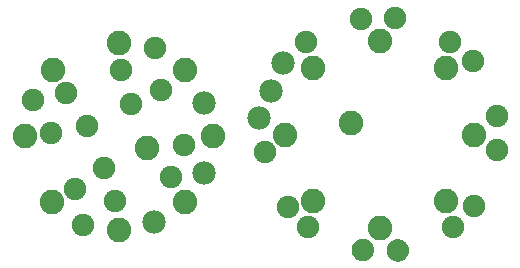
<source format=gtl>
G04 MADE WITH FRITZING*
G04 WWW.FRITZING.ORG*
G04 DOUBLE SIDED*
G04 HOLES PLATED*
G04 CONTOUR ON CENTER OF CONTOUR VECTOR*
%ASAXBY*%
%FSLAX23Y23*%
%MOIN*%
%OFA0B0*%
%SFA1.0B1.0*%
%ADD10C,0.082000*%
%ADD11C,0.078000*%
%ADD12C,0.075000*%
%ADD13C,0.045000*%
%ADD14R,0.001000X0.001000*%
%LNCOPPER1*%
G90*
G70*
G54D10*
X470Y388D03*
X152Y207D03*
X687Y428D03*
X374Y739D03*
X154Y648D03*
X374Y116D03*
X595Y649D03*
X61Y429D03*
X595Y207D03*
G54D11*
X659Y539D03*
X492Y143D03*
X659Y304D03*
X843Y487D03*
X883Y579D03*
X922Y671D03*
G54D10*
X1148Y473D03*
X1466Y654D03*
X930Y433D03*
X1244Y121D03*
X1464Y212D03*
X1244Y745D03*
X1023Y211D03*
X1557Y432D03*
X1023Y654D03*
G54D12*
X998Y741D03*
X1183Y819D03*
X326Y320D03*
X254Y133D03*
X381Y648D03*
X197Y570D03*
X87Y549D03*
X267Y461D03*
X227Y253D03*
X149Y437D03*
X494Y720D03*
X416Y536D03*
X591Y397D03*
X516Y582D03*
X1556Y679D03*
X1635Y495D03*
X1634Y380D03*
X1559Y195D03*
X1296Y822D03*
X1480Y743D03*
X547Y291D03*
X363Y213D03*
X1004Y126D03*
G54D13*
X1188Y47D03*
X1305Y46D03*
G54D12*
X1489Y124D03*
X862Y375D03*
X937Y190D03*
G54D14*
X1185Y85D02*
X1190Y85D01*
X1179Y84D02*
X1197Y84D01*
X1176Y83D02*
X1200Y83D01*
X1296Y83D02*
X1313Y83D01*
X1173Y82D02*
X1203Y82D01*
X1293Y82D02*
X1317Y82D01*
X1171Y81D02*
X1205Y81D01*
X1290Y81D02*
X1319Y81D01*
X1170Y80D02*
X1207Y80D01*
X1288Y80D02*
X1321Y80D01*
X1168Y79D02*
X1208Y79D01*
X1286Y79D02*
X1323Y79D01*
X1167Y78D02*
X1210Y78D01*
X1285Y78D02*
X1325Y78D01*
X1165Y77D02*
X1211Y77D01*
X1283Y77D02*
X1326Y77D01*
X1164Y76D02*
X1212Y76D01*
X1282Y76D02*
X1327Y76D01*
X1163Y75D02*
X1213Y75D01*
X1281Y75D02*
X1328Y75D01*
X1162Y74D02*
X1214Y74D01*
X1280Y74D02*
X1330Y74D01*
X1161Y73D02*
X1215Y73D01*
X1279Y73D02*
X1331Y73D01*
X1160Y72D02*
X1216Y72D01*
X1278Y72D02*
X1332Y72D01*
X1159Y71D02*
X1217Y71D01*
X1277Y71D02*
X1332Y71D01*
X1158Y70D02*
X1218Y70D01*
X1276Y70D02*
X1333Y70D01*
X1158Y69D02*
X1218Y69D01*
X1275Y69D02*
X1334Y69D01*
X1157Y68D02*
X1219Y68D01*
X1275Y68D02*
X1335Y68D01*
X1156Y67D02*
X1220Y67D01*
X1274Y67D02*
X1336Y67D01*
X1156Y66D02*
X1220Y66D01*
X1273Y66D02*
X1336Y66D01*
X1155Y65D02*
X1184Y65D01*
X1192Y65D02*
X1221Y65D01*
X1273Y65D02*
X1337Y65D01*
X1155Y64D02*
X1181Y64D01*
X1195Y64D02*
X1221Y64D01*
X1272Y64D02*
X1301Y64D01*
X1308Y64D02*
X1337Y64D01*
X1154Y63D02*
X1179Y63D01*
X1197Y63D02*
X1222Y63D01*
X1271Y63D02*
X1298Y63D01*
X1311Y63D02*
X1338Y63D01*
X1154Y62D02*
X1177Y62D01*
X1199Y62D02*
X1222Y62D01*
X1271Y62D02*
X1296Y62D01*
X1314Y62D02*
X1338Y62D01*
X1153Y61D02*
X1176Y61D01*
X1200Y61D02*
X1223Y61D01*
X1271Y61D02*
X1294Y61D01*
X1315Y61D02*
X1339Y61D01*
X1153Y60D02*
X1175Y60D01*
X1201Y60D02*
X1223Y60D01*
X1270Y60D02*
X1293Y60D01*
X1317Y60D02*
X1339Y60D01*
X1153Y59D02*
X1174Y59D01*
X1202Y59D02*
X1223Y59D01*
X1270Y59D02*
X1292Y59D01*
X1318Y59D02*
X1340Y59D01*
X1153Y58D02*
X1173Y58D01*
X1203Y58D02*
X1224Y58D01*
X1269Y58D02*
X1291Y58D01*
X1319Y58D02*
X1340Y58D01*
X1152Y57D02*
X1173Y57D01*
X1203Y57D02*
X1224Y57D01*
X1269Y57D02*
X1290Y57D01*
X1319Y57D02*
X1340Y57D01*
X1152Y56D02*
X1172Y56D01*
X1204Y56D02*
X1224Y56D01*
X1269Y56D02*
X1289Y56D01*
X1320Y56D02*
X1340Y56D01*
X1152Y55D02*
X1172Y55D01*
X1204Y55D02*
X1224Y55D01*
X1269Y55D02*
X1289Y55D01*
X1321Y55D02*
X1341Y55D01*
X1152Y54D02*
X1171Y54D01*
X1205Y54D02*
X1224Y54D01*
X1269Y54D02*
X1288Y54D01*
X1321Y54D02*
X1341Y54D01*
X1152Y53D02*
X1171Y53D01*
X1205Y53D02*
X1224Y53D01*
X1268Y53D02*
X1288Y53D01*
X1321Y53D02*
X1341Y53D01*
X1151Y52D02*
X1171Y52D01*
X1206Y52D02*
X1225Y52D01*
X1268Y52D02*
X1288Y52D01*
X1322Y52D02*
X1341Y52D01*
X1151Y51D02*
X1170Y51D01*
X1206Y51D02*
X1225Y51D01*
X1268Y51D02*
X1287Y51D01*
X1322Y51D02*
X1341Y51D01*
X1151Y50D02*
X1170Y50D01*
X1206Y50D02*
X1225Y50D01*
X1268Y50D02*
X1287Y50D01*
X1322Y50D02*
X1341Y50D01*
X1151Y49D02*
X1170Y49D01*
X1206Y49D02*
X1225Y49D01*
X1268Y49D02*
X1287Y49D01*
X1323Y49D02*
X1341Y49D01*
X1151Y48D02*
X1170Y48D01*
X1206Y48D02*
X1225Y48D01*
X1268Y48D02*
X1287Y48D01*
X1323Y48D02*
X1341Y48D01*
X1151Y47D02*
X1170Y47D01*
X1206Y47D02*
X1225Y47D01*
X1268Y47D02*
X1287Y47D01*
X1323Y47D02*
X1341Y47D01*
X1151Y46D02*
X1170Y46D01*
X1206Y46D02*
X1225Y46D01*
X1268Y46D02*
X1287Y46D01*
X1323Y46D02*
X1341Y46D01*
X1151Y45D02*
X1170Y45D01*
X1206Y45D02*
X1225Y45D01*
X1268Y45D02*
X1287Y45D01*
X1323Y45D02*
X1341Y45D01*
X1151Y44D02*
X1170Y44D01*
X1206Y44D02*
X1225Y44D01*
X1268Y44D02*
X1287Y44D01*
X1323Y44D02*
X1341Y44D01*
X1152Y43D02*
X1171Y43D01*
X1205Y43D02*
X1225Y43D01*
X1268Y43D02*
X1287Y43D01*
X1322Y43D02*
X1341Y43D01*
X1152Y42D02*
X1171Y42D01*
X1205Y42D02*
X1224Y42D01*
X1268Y42D02*
X1287Y42D01*
X1322Y42D02*
X1341Y42D01*
X1152Y41D02*
X1171Y41D01*
X1205Y41D02*
X1224Y41D01*
X1268Y41D02*
X1288Y41D01*
X1322Y41D02*
X1341Y41D01*
X1152Y40D02*
X1172Y40D01*
X1204Y40D02*
X1224Y40D01*
X1268Y40D02*
X1288Y40D01*
X1321Y40D02*
X1341Y40D01*
X1152Y39D02*
X1172Y39D01*
X1204Y39D02*
X1224Y39D01*
X1269Y39D02*
X1289Y39D01*
X1321Y39D02*
X1341Y39D01*
X1152Y38D02*
X1173Y38D01*
X1203Y38D02*
X1224Y38D01*
X1269Y38D02*
X1289Y38D01*
X1320Y38D02*
X1341Y38D01*
X1153Y37D02*
X1174Y37D01*
X1202Y37D02*
X1223Y37D01*
X1269Y37D02*
X1290Y37D01*
X1320Y37D02*
X1340Y37D01*
X1153Y36D02*
X1174Y36D01*
X1202Y36D02*
X1223Y36D01*
X1269Y36D02*
X1290Y36D01*
X1319Y36D02*
X1340Y36D01*
X1153Y35D02*
X1175Y35D01*
X1201Y35D02*
X1223Y35D01*
X1270Y35D02*
X1291Y35D01*
X1318Y35D02*
X1340Y35D01*
X1154Y34D02*
X1177Y34D01*
X1199Y34D02*
X1222Y34D01*
X1270Y34D02*
X1292Y34D01*
X1317Y34D02*
X1339Y34D01*
X1154Y33D02*
X1178Y33D01*
X1198Y33D02*
X1222Y33D01*
X1270Y33D02*
X1293Y33D01*
X1316Y33D02*
X1339Y33D01*
X1155Y32D02*
X1180Y32D01*
X1196Y32D02*
X1221Y32D01*
X1271Y32D02*
X1295Y32D01*
X1315Y32D02*
X1339Y32D01*
X1155Y31D02*
X1183Y31D01*
X1193Y31D02*
X1221Y31D01*
X1271Y31D02*
X1297Y31D01*
X1313Y31D02*
X1338Y31D01*
X1156Y30D02*
X1220Y30D01*
X1272Y30D02*
X1299Y30D01*
X1310Y30D02*
X1338Y30D01*
X1156Y29D02*
X1220Y29D01*
X1272Y29D02*
X1337Y29D01*
X1157Y28D02*
X1219Y28D01*
X1273Y28D02*
X1337Y28D01*
X1158Y27D02*
X1219Y27D01*
X1273Y27D02*
X1336Y27D01*
X1158Y26D02*
X1218Y26D01*
X1274Y26D02*
X1335Y26D01*
X1159Y25D02*
X1217Y25D01*
X1275Y25D02*
X1335Y25D01*
X1160Y24D02*
X1216Y24D01*
X1276Y24D02*
X1334Y24D01*
X1161Y23D02*
X1215Y23D01*
X1276Y23D02*
X1333Y23D01*
X1162Y22D02*
X1214Y22D01*
X1277Y22D02*
X1332Y22D01*
X1163Y21D02*
X1213Y21D01*
X1278Y21D02*
X1331Y21D01*
X1164Y20D02*
X1212Y20D01*
X1279Y20D02*
X1330Y20D01*
X1165Y19D02*
X1211Y19D01*
X1280Y19D02*
X1329Y19D01*
X1166Y18D02*
X1210Y18D01*
X1281Y18D02*
X1328Y18D01*
X1167Y17D02*
X1209Y17D01*
X1283Y17D02*
X1327Y17D01*
X1169Y16D02*
X1207Y16D01*
X1284Y16D02*
X1325Y16D01*
X1171Y15D02*
X1205Y15D01*
X1285Y15D02*
X1324Y15D01*
X1173Y14D02*
X1203Y14D01*
X1287Y14D02*
X1322Y14D01*
X1175Y13D02*
X1201Y13D01*
X1289Y13D02*
X1320Y13D01*
X1178Y12D02*
X1198Y12D01*
X1291Y12D02*
X1318Y12D01*
X1183Y11D02*
X1193Y11D01*
X1294Y11D02*
X1315Y11D01*
X1298Y10D02*
X1311Y10D01*
D02*
G04 End of Copper1*
M02*
</source>
